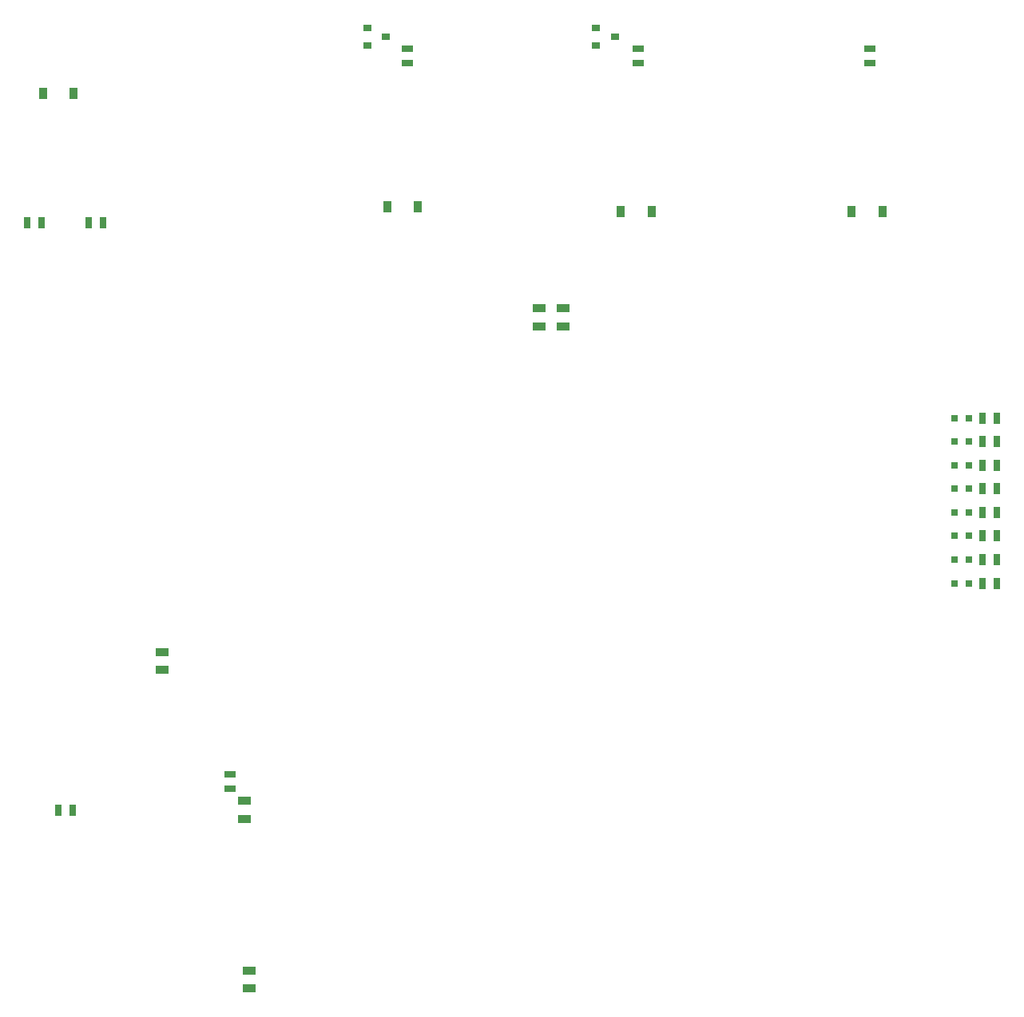
<source format=gtp>
G04 #@! TF.GenerationSoftware,KiCad,Pcbnew,6.0.2+dfsg-1*
G04 #@! TF.CreationDate,2023-02-09T12:02:37+01:00*
G04 #@! TF.ProjectId,proto_cmod,70726f74-6f5f-4636-9d6f-642e6b696361,rev?*
G04 #@! TF.SameCoordinates,Original*
G04 #@! TF.FileFunction,Paste,Top*
G04 #@! TF.FilePolarity,Positive*
%FSLAX46Y46*%
G04 Gerber Fmt 4.6, Leading zero omitted, Abs format (unit mm)*
G04 Created by KiCad (PCBNEW 6.0.2+dfsg-1) date 2023-02-09 12:02:37*
%MOMM*%
%LPD*%
G01*
G04 APERTURE LIST*
%ADD10R,1.397000X0.889000*%
%ADD11R,0.635000X1.143000*%
%ADD12R,0.910000X1.220000*%
%ADD13R,0.797560X0.797560*%
%ADD14R,1.143000X0.635000*%
%ADD15R,0.900000X0.800000*%
G04 APERTURE END LIST*
D10*
G04 #@! TO.C,C104*
X122250000Y-120202500D03*
X122250000Y-118297500D03*
G04 #@! TD*
D11*
G04 #@! TO.C,R120*
X202012000Y-92700000D03*
X200488000Y-92700000D03*
G04 #@! TD*
D10*
G04 #@! TO.C,C107*
X156000000Y-67952500D03*
X156000000Y-66047500D03*
G04 #@! TD*
D11*
G04 #@! TO.C,R101*
X102488000Y-119250000D03*
X104012000Y-119250000D03*
G04 #@! TD*
D12*
G04 #@! TO.C,D105*
X189885000Y-55750000D03*
X186615000Y-55750000D03*
G04 #@! TD*
D13*
G04 #@! TO.C,D115*
X197500700Y-87700000D03*
X198999300Y-87700000D03*
G04 #@! TD*
G04 #@! TO.C,D114*
X197500700Y-85200000D03*
X198999300Y-85200000D03*
G04 #@! TD*
D14*
G04 #@! TO.C,R105*
X139500000Y-40012000D03*
X139500000Y-38488000D03*
G04 #@! TD*
D11*
G04 #@! TO.C,R114*
X202012000Y-77700000D03*
X200488000Y-77700000D03*
G04 #@! TD*
D14*
G04 #@! TO.C,R108*
X188500000Y-40012000D03*
X188500000Y-38488000D03*
G04 #@! TD*
D15*
G04 #@! TO.C,Q101*
X135250000Y-36300000D03*
X135250000Y-38200000D03*
X137250000Y-37250000D03*
G04 #@! TD*
D11*
G04 #@! TO.C,R103*
X100762000Y-57000000D03*
X99238000Y-57000000D03*
G04 #@! TD*
G04 #@! TO.C,R117*
X202012000Y-85200000D03*
X200488000Y-85200000D03*
G04 #@! TD*
D13*
G04 #@! TO.C,D117*
X197500700Y-92700000D03*
X198999300Y-92700000D03*
G04 #@! TD*
D12*
G04 #@! TO.C,D102*
X140635000Y-55250000D03*
X137365000Y-55250000D03*
G04 #@! TD*
D11*
G04 #@! TO.C,R116*
X202012000Y-82700000D03*
X200488000Y-82700000D03*
G04 #@! TD*
D12*
G04 #@! TO.C,D101*
X100865000Y-43250000D03*
X104135000Y-43250000D03*
G04 #@! TD*
D11*
G04 #@! TO.C,R121*
X202012000Y-95200000D03*
X200488000Y-95200000D03*
G04 #@! TD*
D12*
G04 #@! TO.C,D104*
X165385000Y-55750000D03*
X162115000Y-55750000D03*
G04 #@! TD*
D13*
G04 #@! TO.C,D111*
X197500700Y-77700000D03*
X198999300Y-77700000D03*
G04 #@! TD*
G04 #@! TO.C,D113*
X197500700Y-82700000D03*
X198999300Y-82700000D03*
G04 #@! TD*
D10*
G04 #@! TO.C,C105*
X113500000Y-102500000D03*
X113500000Y-104405000D03*
G04 #@! TD*
G04 #@! TO.C,C106*
X153500000Y-67952500D03*
X153500000Y-66047500D03*
G04 #@! TD*
D11*
G04 #@! TO.C,R118*
X202012000Y-87700000D03*
X200488000Y-87700000D03*
G04 #@! TD*
G04 #@! TO.C,R119*
X202012000Y-90200000D03*
X200488000Y-90200000D03*
G04 #@! TD*
D15*
G04 #@! TO.C,Q102*
X159500000Y-36300000D03*
X159500000Y-38200000D03*
X161500000Y-37250000D03*
G04 #@! TD*
D10*
G04 #@! TO.C,C101*
X122750000Y-136297500D03*
X122750000Y-138202500D03*
G04 #@! TD*
D14*
G04 #@! TO.C,R102*
X120750000Y-115488000D03*
X120750000Y-117012000D03*
G04 #@! TD*
G04 #@! TO.C,R107*
X164000000Y-40012000D03*
X164000000Y-38488000D03*
G04 #@! TD*
D13*
G04 #@! TO.C,D118*
X197500700Y-95200000D03*
X198999300Y-95200000D03*
G04 #@! TD*
D11*
G04 #@! TO.C,R115*
X202012000Y-80200000D03*
X200488000Y-80200000D03*
G04 #@! TD*
D13*
G04 #@! TO.C,D116*
X197500700Y-90200000D03*
X198999300Y-90200000D03*
G04 #@! TD*
D11*
G04 #@! TO.C,R104*
X105738000Y-57000000D03*
X107262000Y-57000000D03*
G04 #@! TD*
D13*
G04 #@! TO.C,D112*
X197500700Y-80200000D03*
X198999300Y-80200000D03*
G04 #@! TD*
M02*

</source>
